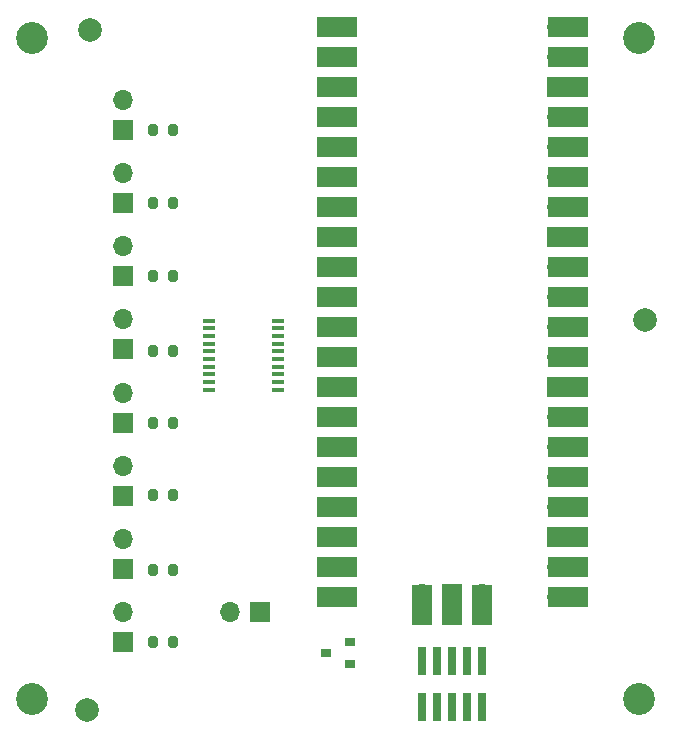
<source format=gbr>
%TF.GenerationSoftware,KiCad,Pcbnew,(6.0.7)*%
%TF.CreationDate,2023-03-24T10:01:01+01:00*%
%TF.ProjectId,PicoWS2812,5069636f-5753-4323-9831-322e6b696361,rev?*%
%TF.SameCoordinates,Original*%
%TF.FileFunction,Soldermask,Top*%
%TF.FilePolarity,Negative*%
%FSLAX46Y46*%
G04 Gerber Fmt 4.6, Leading zero omitted, Abs format (unit mm)*
G04 Created by KiCad (PCBNEW (6.0.7)) date 2023-03-24 10:01:01*
%MOMM*%
%LPD*%
G01*
G04 APERTURE LIST*
G04 Aperture macros list*
%AMRoundRect*
0 Rectangle with rounded corners*
0 $1 Rounding radius*
0 $2 $3 $4 $5 $6 $7 $8 $9 X,Y pos of 4 corners*
0 Add a 4 corners polygon primitive as box body*
4,1,4,$2,$3,$4,$5,$6,$7,$8,$9,$2,$3,0*
0 Add four circle primitives for the rounded corners*
1,1,$1+$1,$2,$3*
1,1,$1+$1,$4,$5*
1,1,$1+$1,$6,$7*
1,1,$1+$1,$8,$9*
0 Add four rect primitives between the rounded corners*
20,1,$1+$1,$2,$3,$4,$5,0*
20,1,$1+$1,$4,$5,$6,$7,0*
20,1,$1+$1,$6,$7,$8,$9,0*
20,1,$1+$1,$8,$9,$2,$3,0*%
G04 Aperture macros list end*
%ADD10RoundRect,0.200000X0.200000X0.275000X-0.200000X0.275000X-0.200000X-0.275000X0.200000X-0.275000X0*%
%ADD11R,1.700000X1.700000*%
%ADD12O,1.700000X1.700000*%
%ADD13C,2.700000*%
%ADD14C,2.000000*%
%ADD15R,0.900000X0.800000*%
%ADD16R,0.740000X2.400000*%
%ADD17R,3.500000X1.700000*%
%ADD18R,1.700000X3.500000*%
%ADD19R,1.000000X0.400000*%
G04 APERTURE END LIST*
D10*
%TO.C,R6*%
X107525000Y-82800000D03*
X105875000Y-82800000D03*
%TD*%
D11*
%TO.C,J3*%
X103300000Y-95200000D03*
D12*
X103300000Y-92660000D03*
%TD*%
D13*
%TO.C,H3*%
X147000000Y-75000000D03*
%TD*%
D14*
%TO.C,FID2*%
X100300000Y-131900000D03*
%TD*%
D10*
%TO.C,R1*%
X107525000Y-89000000D03*
X105875000Y-89000000D03*
%TD*%
D11*
%TO.C,J7*%
X103300000Y-120000000D03*
D12*
X103300000Y-117460000D03*
%TD*%
D15*
%TO.C,Q1*%
X122500000Y-128050000D03*
X120500000Y-127100000D03*
X122500000Y-126150000D03*
%TD*%
D11*
%TO.C,J2*%
X103300000Y-89000000D03*
D12*
X103300000Y-86460000D03*
%TD*%
D14*
%TO.C,FID1*%
X147500000Y-98900000D03*
%TD*%
D10*
%TO.C,R2*%
X107525000Y-95200000D03*
X105875000Y-95200000D03*
%TD*%
%TO.C,R4*%
X107525000Y-107600000D03*
X105875000Y-107600000D03*
%TD*%
%TO.C,R3*%
X107525000Y-101500000D03*
X105875000Y-101500000D03*
%TD*%
D16*
%TO.C,U1*%
X133740000Y-127750000D03*
X133740000Y-131650000D03*
X132470000Y-127750000D03*
X132470000Y-131650000D03*
X131200000Y-127750000D03*
X131200000Y-131650000D03*
X129930000Y-127750000D03*
X129930000Y-131650000D03*
X128660000Y-127750000D03*
X128660000Y-131650000D03*
%TD*%
D13*
%TO.C,H4*%
X147000000Y-131000000D03*
%TD*%
%TO.C,H1*%
X95600000Y-75000000D03*
%TD*%
D11*
%TO.C,J5*%
X103300000Y-107600000D03*
D12*
X103300000Y-105060000D03*
%TD*%
D11*
%TO.C,J9*%
X114900000Y-123600000D03*
D12*
X112360000Y-123600000D03*
%TD*%
D14*
%TO.C,FID3*%
X100500000Y-74400000D03*
%TD*%
D17*
%TO.C,U2*%
X121410000Y-74125000D03*
D12*
X122310000Y-74125000D03*
X122310000Y-76665000D03*
D17*
X121410000Y-76665000D03*
X121410000Y-79205000D03*
D11*
X122310000Y-79205000D03*
D17*
X121410000Y-81745000D03*
D12*
X122310000Y-81745000D03*
X122310000Y-84285000D03*
D17*
X121410000Y-84285000D03*
D12*
X122310000Y-86825000D03*
D17*
X121410000Y-86825000D03*
D12*
X122310000Y-89365000D03*
D17*
X121410000Y-89365000D03*
X121410000Y-91905000D03*
D11*
X122310000Y-91905000D03*
D12*
X122310000Y-94445000D03*
D17*
X121410000Y-94445000D03*
D12*
X122310000Y-96985000D03*
D17*
X121410000Y-96985000D03*
X121410000Y-99525000D03*
D12*
X122310000Y-99525000D03*
D17*
X121410000Y-102065000D03*
D12*
X122310000Y-102065000D03*
D17*
X121410000Y-104605000D03*
D11*
X122310000Y-104605000D03*
D17*
X121410000Y-107145000D03*
D12*
X122310000Y-107145000D03*
D17*
X121410000Y-109685000D03*
D12*
X122310000Y-109685000D03*
D17*
X121410000Y-112225000D03*
D12*
X122310000Y-112225000D03*
D17*
X121410000Y-114765000D03*
D12*
X122310000Y-114765000D03*
D11*
X122310000Y-117305000D03*
D17*
X121410000Y-117305000D03*
X121410000Y-119845000D03*
D12*
X122310000Y-119845000D03*
X122310000Y-122385000D03*
D17*
X121410000Y-122385000D03*
D12*
X140090000Y-122385000D03*
D17*
X140990000Y-122385000D03*
D12*
X140090000Y-119845000D03*
D17*
X140990000Y-119845000D03*
X140990000Y-117305000D03*
D11*
X140090000Y-117305000D03*
D17*
X140990000Y-114765000D03*
D12*
X140090000Y-114765000D03*
X140090000Y-112225000D03*
D17*
X140990000Y-112225000D03*
X140990000Y-109685000D03*
D12*
X140090000Y-109685000D03*
D17*
X140990000Y-107145000D03*
D12*
X140090000Y-107145000D03*
D17*
X140990000Y-104605000D03*
D11*
X140090000Y-104605000D03*
D12*
X140090000Y-102065000D03*
D17*
X140990000Y-102065000D03*
X140990000Y-99525000D03*
D12*
X140090000Y-99525000D03*
X140090000Y-96985000D03*
D17*
X140990000Y-96985000D03*
D12*
X140090000Y-94445000D03*
D17*
X140990000Y-94445000D03*
D11*
X140090000Y-91905000D03*
D17*
X140990000Y-91905000D03*
X140990000Y-89365000D03*
D12*
X140090000Y-89365000D03*
X140090000Y-86825000D03*
D17*
X140990000Y-86825000D03*
X140990000Y-84285000D03*
D12*
X140090000Y-84285000D03*
D17*
X140990000Y-81745000D03*
D12*
X140090000Y-81745000D03*
D17*
X140990000Y-79205000D03*
D11*
X140090000Y-79205000D03*
D17*
X140990000Y-76665000D03*
D12*
X140090000Y-76665000D03*
D17*
X140990000Y-74125000D03*
D12*
X140090000Y-74125000D03*
X128660000Y-122155000D03*
D18*
X128660000Y-123055000D03*
X131200000Y-123055000D03*
D11*
X131200000Y-122155000D03*
D18*
X133740000Y-123055000D03*
D12*
X133740000Y-122155000D03*
%TD*%
D11*
%TO.C,J1*%
X103325000Y-82825000D03*
D12*
X103325000Y-80285000D03*
%TD*%
D19*
%TO.C,U3*%
X110600000Y-98975000D03*
X110600000Y-99625000D03*
X110600000Y-100275000D03*
X110600000Y-100925000D03*
X110600000Y-101575000D03*
X110600000Y-102225000D03*
X110600000Y-102875000D03*
X110600000Y-103525000D03*
X110600000Y-104175000D03*
X110600000Y-104825000D03*
X116400000Y-104825000D03*
X116400000Y-104175000D03*
X116400000Y-103525000D03*
X116400000Y-102875000D03*
X116400000Y-102225000D03*
X116400000Y-101575000D03*
X116400000Y-100925000D03*
X116400000Y-100275000D03*
X116400000Y-99625000D03*
X116400000Y-98975000D03*
%TD*%
D11*
%TO.C,J6*%
X103300000Y-113800000D03*
D12*
X103300000Y-111260000D03*
%TD*%
D13*
%TO.C,H2*%
X95600000Y-131000000D03*
%TD*%
D10*
%TO.C,R7*%
X107525000Y-120100000D03*
X105875000Y-120100000D03*
%TD*%
D11*
%TO.C,J8*%
X103300000Y-126200000D03*
D12*
X103300000Y-123660000D03*
%TD*%
D11*
%TO.C,J4*%
X103300000Y-101400000D03*
D12*
X103300000Y-98860000D03*
%TD*%
D10*
%TO.C,R5*%
X107525000Y-113700000D03*
X105875000Y-113700000D03*
%TD*%
%TO.C,R8*%
X107525000Y-126200000D03*
X105875000Y-126200000D03*
%TD*%
M02*

</source>
